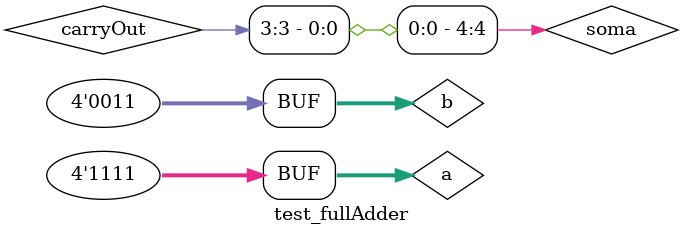
<source format=v>
module halfAdder (output carryOut, output soma, input a, input b);
// descrever por portas
xor XOR1 ( soma, a, b );
and AND1 ( carryOut, a, b );
endmodule // halfAdder
// -------------------------
// full adder
// -------------------------
module fullAdder1bit ( output carryOut, output soma, input a, input b, input carryIn );
// descrever por portas e/ou modulos
wire s1;
wire c1;
wire c2;

halfAdder HA1(c1, s1, a, b);
halfAdder HA2(c2, soma, s1, carryIn);

or OR1(carryOut, c1, c2);


// xor XOR1 (j, a, b);
// xor XOR2 (soma, carryIn, j);

// and AND1(x, a, b);
// and AND2(y, a, carryIn);
// and AND3(z, b, carryIn);

// or OR1(carryOut, x, y, z);

endmodule // fullAdder

module test_fullAdder;
// ------------------------- definir dados
 reg [3:0] b = 7;
 reg [3:0] a = 0;
 wire [3:0] carryOut; // “vai-um”
 wire [4:0] soma;

 fullAdder1bit FA0 ( carryOut[0], soma[0], a[0], b[0], 1'b0);
 fullAdder1bit FA1 ( carryOut[1], soma[1], a[1], b[1], carryOut[0]);
 fullAdder1bit FA2 ( carryOut[2], soma[2], a[2], b[2], carryOut[1]);
 fullAdder1bit FA3 ( carryOut[3], soma[3], a[3], b[3], carryOut[2]);

 or OR1(soma[4], carryOut[3]);

// ------------------------- parte principal
initial begin: main
 $display("Exemplo0801 - Laura Iara Silva Santos Xavier - 734661");
 $display("Test ALU’s full adder");
 $display(" a      b     soma ");
 

$monitor("%4b + %4b = %4b", a, b, soma);

#1 a = 1; b = 1;
#1 a = 2; b = 2;
#1 a = 3; b = 3;
#1 a = 4; b = 4;
#1 a = 5; b = 1;
#1 a = 6; b = 2; 
#1 a = 7; b = 3;
#1 a = 8; b = 4;
#1 a = 9; b = 1; 
#1 a = 10; b = 2;
#1 a = 11; b = 3;
#1 a = 12; b = 4;
#1 a = 13; b = 1;
#1 a = 14; b = 2;
#1 a = 15; b = 3;

// projetar testes do somador completo
end
endmodule // test_fullAdder


</source>
